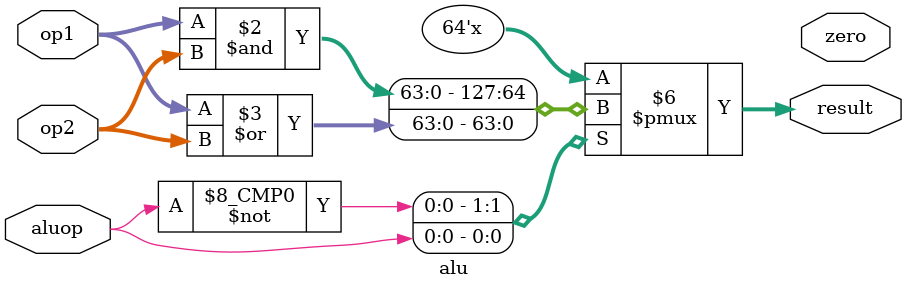
<source format=v>
module  alu(
    input   [63:0]      op1,
    input   [63:0]      op2,
    input               aluop,
    output              zero,
    output  reg [63:0]  result
);

always  @(op1,op2,aluop)    begin
    case(aluop)
        4'b0000:result  <=  op1 & op2;
        4'b0001:result  <=  op1 | op2;
        4'b0010:result  <=  op1 + op2;
        4'b0110:result  <=  op1 - op2;
        default:result  <=  0;
    endcase
end

endmodule
</source>
